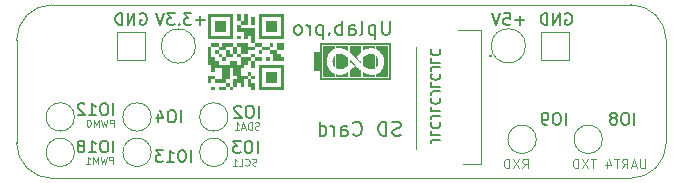
<source format=gbo>
G04 #@! TF.GenerationSoftware,KiCad,Pcbnew,(6.0.0)*
G04 #@! TF.CreationDate,2022-12-24T23:31:17+01:00*
G04 #@! TF.ProjectId,MinCab,4d696e43-6162-42e6-9b69-6361645f7063,rev?*
G04 #@! TF.SameCoordinates,Original*
G04 #@! TF.FileFunction,Legend,Bot*
G04 #@! TF.FilePolarity,Positive*
%FSLAX46Y46*%
G04 Gerber Fmt 4.6, Leading zero omitted, Abs format (unit mm)*
G04 Created by KiCad (PCBNEW (6.0.0)) date 2022-12-24 23:31:17*
%MOMM*%
%LPD*%
G01*
G04 APERTURE LIST*
G04 #@! TA.AperFunction,Profile*
%ADD10C,0.050000*%
G04 #@! TD*
%ADD11C,0.200000*%
%ADD12C,0.150000*%
%ADD13C,0.120000*%
%ADD14C,0.160000*%
%ADD15C,0.100000*%
%ADD16C,6.000000*%
%ADD17C,0.800000*%
%ADD18C,0.650000*%
%ADD19O,1.050000X2.100000*%
%ADD20O,1.000000X2.000000*%
%ADD21R,2.000000X2.000000*%
%ADD22C,2.000000*%
%ADD23C,2.500000*%
%ADD24R,1.200000X1.150000*%
%ADD25R,1.200000X1.450000*%
%ADD26R,0.700000X1.000000*%
%ADD27R,0.900000X1.400000*%
%ADD28R,1.000000X0.700000*%
G04 APERTURE END LIST*
D10*
X117300000Y-91200000D02*
G75*
G03*
X120300000Y-94200000I3000001J1D01*
G01*
X172300000Y-82500000D02*
X172300000Y-91200000D01*
X169300000Y-94200000D02*
X120300000Y-94200000D01*
X172300000Y-82500000D02*
G75*
G03*
X169300000Y-79500000I-3000001J-1D01*
G01*
X169300000Y-94200000D02*
G75*
G03*
X172300000Y-91200000I-1J3000001D01*
G01*
X120300000Y-79500000D02*
X169300000Y-79500000D01*
X120300000Y-79500000D02*
G75*
G03*
X117300000Y-82500000I1J-3000001D01*
G01*
X117300000Y-82500000D02*
X117300000Y-91200000D01*
D11*
X148928571Y-80842857D02*
X148928571Y-81814285D01*
X148871428Y-81928571D01*
X148814285Y-81985714D01*
X148700000Y-82042857D01*
X148471428Y-82042857D01*
X148357142Y-81985714D01*
X148300000Y-81928571D01*
X148242857Y-81814285D01*
X148242857Y-80842857D01*
X147671428Y-81242857D02*
X147671428Y-82442857D01*
X147671428Y-81300000D02*
X147557142Y-81242857D01*
X147328571Y-81242857D01*
X147214285Y-81300000D01*
X147157142Y-81357142D01*
X147100000Y-81471428D01*
X147100000Y-81814285D01*
X147157142Y-81928571D01*
X147214285Y-81985714D01*
X147328571Y-82042857D01*
X147557142Y-82042857D01*
X147671428Y-81985714D01*
X146414285Y-82042857D02*
X146528571Y-81985714D01*
X146585714Y-81871428D01*
X146585714Y-80842857D01*
X145442857Y-82042857D02*
X145442857Y-81414285D01*
X145500000Y-81300000D01*
X145614285Y-81242857D01*
X145842857Y-81242857D01*
X145957142Y-81300000D01*
X145442857Y-81985714D02*
X145557142Y-82042857D01*
X145842857Y-82042857D01*
X145957142Y-81985714D01*
X146014285Y-81871428D01*
X146014285Y-81757142D01*
X145957142Y-81642857D01*
X145842857Y-81585714D01*
X145557142Y-81585714D01*
X145442857Y-81528571D01*
X144871428Y-82042857D02*
X144871428Y-80842857D01*
X144871428Y-81300000D02*
X144757142Y-81242857D01*
X144528571Y-81242857D01*
X144414285Y-81300000D01*
X144357142Y-81357142D01*
X144300000Y-81471428D01*
X144300000Y-81814285D01*
X144357142Y-81928571D01*
X144414285Y-81985714D01*
X144528571Y-82042857D01*
X144757142Y-82042857D01*
X144871428Y-81985714D01*
X143785714Y-81928571D02*
X143728571Y-81985714D01*
X143785714Y-82042857D01*
X143842857Y-81985714D01*
X143785714Y-81928571D01*
X143785714Y-82042857D01*
X143214285Y-81242857D02*
X143214285Y-82442857D01*
X143214285Y-81300000D02*
X143100000Y-81242857D01*
X142871428Y-81242857D01*
X142757142Y-81300000D01*
X142700000Y-81357142D01*
X142642857Y-81471428D01*
X142642857Y-81814285D01*
X142700000Y-81928571D01*
X142757142Y-81985714D01*
X142871428Y-82042857D01*
X143100000Y-82042857D01*
X143214285Y-81985714D01*
X142128571Y-82042857D02*
X142128571Y-81242857D01*
X142128571Y-81471428D02*
X142071428Y-81357142D01*
X142014285Y-81300000D01*
X141900000Y-81242857D01*
X141785714Y-81242857D01*
X141214285Y-82042857D02*
X141328571Y-81985714D01*
X141385714Y-81928571D01*
X141442857Y-81814285D01*
X141442857Y-81471428D01*
X141385714Y-81357142D01*
X141328571Y-81300000D01*
X141214285Y-81242857D01*
X141042857Y-81242857D01*
X140928571Y-81300000D01*
X140871428Y-81357142D01*
X140814285Y-81471428D01*
X140814285Y-81814285D01*
X140871428Y-81928571D01*
X140928571Y-81985714D01*
X141042857Y-82042857D01*
X141214285Y-82042857D01*
D12*
X137700000Y-92052380D02*
X137700000Y-91052380D01*
X137033333Y-91052380D02*
X136842857Y-91052380D01*
X136747619Y-91100000D01*
X136652380Y-91195238D01*
X136604761Y-91385714D01*
X136604761Y-91719047D01*
X136652380Y-91909523D01*
X136747619Y-92004761D01*
X136842857Y-92052380D01*
X137033333Y-92052380D01*
X137128571Y-92004761D01*
X137223809Y-91909523D01*
X137271428Y-91719047D01*
X137271428Y-91385714D01*
X137223809Y-91195238D01*
X137128571Y-91100000D01*
X137033333Y-91052380D01*
X136271428Y-91052380D02*
X135652380Y-91052380D01*
X135985714Y-91433333D01*
X135842857Y-91433333D01*
X135747619Y-91480952D01*
X135700000Y-91528571D01*
X135652380Y-91623809D01*
X135652380Y-91861904D01*
X135700000Y-91957142D01*
X135747619Y-92004761D01*
X135842857Y-92052380D01*
X136128571Y-92052380D01*
X136223809Y-92004761D01*
X136271428Y-91957142D01*
X163761904Y-80250000D02*
X163857142Y-80202380D01*
X164000000Y-80202380D01*
X164142857Y-80250000D01*
X164238095Y-80345238D01*
X164285714Y-80440476D01*
X164333333Y-80630952D01*
X164333333Y-80773809D01*
X164285714Y-80964285D01*
X164238095Y-81059523D01*
X164142857Y-81154761D01*
X164000000Y-81202380D01*
X163904761Y-81202380D01*
X163761904Y-81154761D01*
X163714285Y-81107142D01*
X163714285Y-80773809D01*
X163904761Y-80773809D01*
X163285714Y-81202380D02*
X163285714Y-80202380D01*
X162714285Y-81202380D01*
X162714285Y-80202380D01*
X162238095Y-81202380D02*
X162238095Y-80202380D01*
X162000000Y-80202380D01*
X161857142Y-80250000D01*
X161761904Y-80345238D01*
X161714285Y-80440476D01*
X161666666Y-80630952D01*
X161666666Y-80773809D01*
X161714285Y-80964285D01*
X161761904Y-81059523D01*
X161857142Y-81154761D01*
X162000000Y-81202380D01*
X162238095Y-81202380D01*
D13*
X160133333Y-93361904D02*
X160400000Y-92980952D01*
X160590476Y-93361904D02*
X160590476Y-92561904D01*
X160285714Y-92561904D01*
X160209523Y-92600000D01*
X160171428Y-92638095D01*
X160133333Y-92714285D01*
X160133333Y-92828571D01*
X160171428Y-92904761D01*
X160209523Y-92942857D01*
X160285714Y-92980952D01*
X160590476Y-92980952D01*
X159866666Y-92561904D02*
X159333333Y-93361904D01*
X159333333Y-92561904D02*
X159866666Y-93361904D01*
X159028571Y-93361904D02*
X159028571Y-92561904D01*
X158838095Y-92561904D01*
X158723809Y-92600000D01*
X158647619Y-92676190D01*
X158609523Y-92752380D01*
X158571428Y-92904761D01*
X158571428Y-93019047D01*
X158609523Y-93171428D01*
X158647619Y-93247619D01*
X158723809Y-93323809D01*
X158838095Y-93361904D01*
X159028571Y-93361904D01*
D12*
X132076190Y-92802380D02*
X132076190Y-91802380D01*
X131409523Y-91802380D02*
X131219047Y-91802380D01*
X131123809Y-91850000D01*
X131028571Y-91945238D01*
X130980952Y-92135714D01*
X130980952Y-92469047D01*
X131028571Y-92659523D01*
X131123809Y-92754761D01*
X131219047Y-92802380D01*
X131409523Y-92802380D01*
X131504761Y-92754761D01*
X131600000Y-92659523D01*
X131647619Y-92469047D01*
X131647619Y-92135714D01*
X131600000Y-91945238D01*
X131504761Y-91850000D01*
X131409523Y-91802380D01*
X130028571Y-92802380D02*
X130600000Y-92802380D01*
X130314285Y-92802380D02*
X130314285Y-91802380D01*
X130409523Y-91945238D01*
X130504761Y-92040476D01*
X130600000Y-92088095D01*
X129695238Y-91802380D02*
X129076190Y-91802380D01*
X129409523Y-92183333D01*
X129266666Y-92183333D01*
X129171428Y-92230952D01*
X129123809Y-92278571D01*
X129076190Y-92373809D01*
X129076190Y-92611904D01*
X129123809Y-92707142D01*
X129171428Y-92754761D01*
X129266666Y-92802380D01*
X129552380Y-92802380D01*
X129647619Y-92754761D01*
X129695238Y-92707142D01*
X169600000Y-89652380D02*
X169600000Y-88652380D01*
X168933333Y-88652380D02*
X168742857Y-88652380D01*
X168647619Y-88700000D01*
X168552380Y-88795238D01*
X168504761Y-88985714D01*
X168504761Y-89319047D01*
X168552380Y-89509523D01*
X168647619Y-89604761D01*
X168742857Y-89652380D01*
X168933333Y-89652380D01*
X169028571Y-89604761D01*
X169123809Y-89509523D01*
X169171428Y-89319047D01*
X169171428Y-88985714D01*
X169123809Y-88795238D01*
X169028571Y-88700000D01*
X168933333Y-88652380D01*
X167933333Y-89080952D02*
X168028571Y-89033333D01*
X168076190Y-88985714D01*
X168123809Y-88890476D01*
X168123809Y-88842857D01*
X168076190Y-88747619D01*
X168028571Y-88700000D01*
X167933333Y-88652380D01*
X167742857Y-88652380D01*
X167647619Y-88700000D01*
X167600000Y-88747619D01*
X167552380Y-88842857D01*
X167552380Y-88890476D01*
X167600000Y-88985714D01*
X167647619Y-89033333D01*
X167742857Y-89080952D01*
X167933333Y-89080952D01*
X168028571Y-89128571D01*
X168076190Y-89176190D01*
X168123809Y-89271428D01*
X168123809Y-89461904D01*
X168076190Y-89557142D01*
X168028571Y-89604761D01*
X167933333Y-89652380D01*
X167742857Y-89652380D01*
X167647619Y-89604761D01*
X167600000Y-89557142D01*
X167552380Y-89461904D01*
X167552380Y-89271428D01*
X167600000Y-89176190D01*
X167647619Y-89128571D01*
X167742857Y-89080952D01*
X160285714Y-80821428D02*
X159523809Y-80821428D01*
X159904761Y-81202380D02*
X159904761Y-80440476D01*
X158571428Y-80202380D02*
X159047619Y-80202380D01*
X159095238Y-80678571D01*
X159047619Y-80630952D01*
X158952380Y-80583333D01*
X158714285Y-80583333D01*
X158619047Y-80630952D01*
X158571428Y-80678571D01*
X158523809Y-80773809D01*
X158523809Y-81011904D01*
X158571428Y-81107142D01*
X158619047Y-81154761D01*
X158714285Y-81202380D01*
X158952380Y-81202380D01*
X159047619Y-81154761D01*
X159095238Y-81107142D01*
X158238095Y-80202380D02*
X157904761Y-81202380D01*
X157571428Y-80202380D01*
D14*
X153188095Y-90945238D02*
X152616666Y-90945238D01*
X152502380Y-90983333D01*
X152426190Y-91059523D01*
X152388095Y-91173809D01*
X152388095Y-91250000D01*
X152388095Y-90183333D02*
X152388095Y-90564285D01*
X153188095Y-90564285D01*
X152464285Y-89459523D02*
X152426190Y-89497619D01*
X152388095Y-89611904D01*
X152388095Y-89688095D01*
X152426190Y-89802380D01*
X152502380Y-89878571D01*
X152578571Y-89916666D01*
X152730952Y-89954761D01*
X152845238Y-89954761D01*
X152997619Y-89916666D01*
X153073809Y-89878571D01*
X153150000Y-89802380D01*
X153188095Y-89688095D01*
X153188095Y-89611904D01*
X153150000Y-89497619D01*
X153111904Y-89459523D01*
X153188095Y-88888095D02*
X152616666Y-88888095D01*
X152502380Y-88926190D01*
X152426190Y-89002380D01*
X152388095Y-89116666D01*
X152388095Y-89192857D01*
X152388095Y-88126190D02*
X152388095Y-88507142D01*
X153188095Y-88507142D01*
X152464285Y-87402380D02*
X152426190Y-87440476D01*
X152388095Y-87554761D01*
X152388095Y-87630952D01*
X152426190Y-87745238D01*
X152502380Y-87821428D01*
X152578571Y-87859523D01*
X152730952Y-87897619D01*
X152845238Y-87897619D01*
X152997619Y-87859523D01*
X153073809Y-87821428D01*
X153150000Y-87745238D01*
X153188095Y-87630952D01*
X153188095Y-87554761D01*
X153150000Y-87440476D01*
X153111904Y-87402380D01*
X153188095Y-86830952D02*
X152616666Y-86830952D01*
X152502380Y-86869047D01*
X152426190Y-86945238D01*
X152388095Y-87059523D01*
X152388095Y-87135714D01*
X152388095Y-86069047D02*
X152388095Y-86450000D01*
X153188095Y-86450000D01*
X152464285Y-85345238D02*
X152426190Y-85383333D01*
X152388095Y-85497619D01*
X152388095Y-85573809D01*
X152426190Y-85688095D01*
X152502380Y-85764285D01*
X152578571Y-85802380D01*
X152730952Y-85840476D01*
X152845238Y-85840476D01*
X152997619Y-85802380D01*
X153073809Y-85764285D01*
X153150000Y-85688095D01*
X153188095Y-85573809D01*
X153188095Y-85497619D01*
X153150000Y-85383333D01*
X153111904Y-85345238D01*
X153188095Y-84773809D02*
X152616666Y-84773809D01*
X152502380Y-84811904D01*
X152426190Y-84888095D01*
X152388095Y-85002380D01*
X152388095Y-85078571D01*
X152388095Y-84011904D02*
X152388095Y-84392857D01*
X153188095Y-84392857D01*
X152464285Y-83288095D02*
X152426190Y-83326190D01*
X152388095Y-83440476D01*
X152388095Y-83516666D01*
X152426190Y-83630952D01*
X152502380Y-83707142D01*
X152578571Y-83745238D01*
X152730952Y-83783333D01*
X152845238Y-83783333D01*
X152997619Y-83745238D01*
X153073809Y-83707142D01*
X153150000Y-83630952D01*
X153188095Y-83516666D01*
X153188095Y-83440476D01*
X153150000Y-83326190D01*
X153111904Y-83288095D01*
D13*
X170547619Y-92561904D02*
X170547619Y-93209523D01*
X170509523Y-93285714D01*
X170471428Y-93323809D01*
X170395238Y-93361904D01*
X170242857Y-93361904D01*
X170166666Y-93323809D01*
X170128571Y-93285714D01*
X170090476Y-93209523D01*
X170090476Y-92561904D01*
X169747619Y-93133333D02*
X169366666Y-93133333D01*
X169823809Y-93361904D02*
X169557142Y-92561904D01*
X169290476Y-93361904D01*
X168566666Y-93361904D02*
X168833333Y-92980952D01*
X169023809Y-93361904D02*
X169023809Y-92561904D01*
X168719047Y-92561904D01*
X168642857Y-92600000D01*
X168604761Y-92638095D01*
X168566666Y-92714285D01*
X168566666Y-92828571D01*
X168604761Y-92904761D01*
X168642857Y-92942857D01*
X168719047Y-92980952D01*
X169023809Y-92980952D01*
X168338095Y-92561904D02*
X167880952Y-92561904D01*
X168109523Y-93361904D02*
X168109523Y-92561904D01*
X167271428Y-92828571D02*
X167271428Y-93361904D01*
X167461904Y-92523809D02*
X167652380Y-93095238D01*
X167157142Y-93095238D01*
X166357142Y-92561904D02*
X165900000Y-92561904D01*
X166128571Y-93361904D02*
X166128571Y-92561904D01*
X165709523Y-92561904D02*
X165176190Y-93361904D01*
X165176190Y-92561904D02*
X165709523Y-93361904D01*
X164871428Y-93361904D02*
X164871428Y-92561904D01*
X164680952Y-92561904D01*
X164566666Y-92600000D01*
X164490476Y-92676190D01*
X164452380Y-92752380D01*
X164414285Y-92904761D01*
X164414285Y-93019047D01*
X164452380Y-93171428D01*
X164490476Y-93247619D01*
X164566666Y-93323809D01*
X164680952Y-93361904D01*
X164871428Y-93361904D01*
D11*
X149807142Y-90535714D02*
X149635714Y-90592857D01*
X149350000Y-90592857D01*
X149235714Y-90535714D01*
X149178571Y-90478571D01*
X149121428Y-90364285D01*
X149121428Y-90250000D01*
X149178571Y-90135714D01*
X149235714Y-90078571D01*
X149350000Y-90021428D01*
X149578571Y-89964285D01*
X149692857Y-89907142D01*
X149750000Y-89850000D01*
X149807142Y-89735714D01*
X149807142Y-89621428D01*
X149750000Y-89507142D01*
X149692857Y-89450000D01*
X149578571Y-89392857D01*
X149292857Y-89392857D01*
X149121428Y-89450000D01*
X148607142Y-90592857D02*
X148607142Y-89392857D01*
X148321428Y-89392857D01*
X148150000Y-89450000D01*
X148035714Y-89564285D01*
X147978571Y-89678571D01*
X147921428Y-89907142D01*
X147921428Y-90078571D01*
X147978571Y-90307142D01*
X148035714Y-90421428D01*
X148150000Y-90535714D01*
X148321428Y-90592857D01*
X148607142Y-90592857D01*
X145807142Y-90478571D02*
X145864285Y-90535714D01*
X146035714Y-90592857D01*
X146150000Y-90592857D01*
X146321428Y-90535714D01*
X146435714Y-90421428D01*
X146492857Y-90307142D01*
X146550000Y-90078571D01*
X146550000Y-89907142D01*
X146492857Y-89678571D01*
X146435714Y-89564285D01*
X146321428Y-89450000D01*
X146150000Y-89392857D01*
X146035714Y-89392857D01*
X145864285Y-89450000D01*
X145807142Y-89507142D01*
X144778571Y-90592857D02*
X144778571Y-89964285D01*
X144835714Y-89850000D01*
X144950000Y-89792857D01*
X145178571Y-89792857D01*
X145292857Y-89850000D01*
X144778571Y-90535714D02*
X144892857Y-90592857D01*
X145178571Y-90592857D01*
X145292857Y-90535714D01*
X145350000Y-90421428D01*
X145350000Y-90307142D01*
X145292857Y-90192857D01*
X145178571Y-90135714D01*
X144892857Y-90135714D01*
X144778571Y-90078571D01*
X144207142Y-90592857D02*
X144207142Y-89792857D01*
X144207142Y-90021428D02*
X144150000Y-89907142D01*
X144092857Y-89850000D01*
X143978571Y-89792857D01*
X143864285Y-89792857D01*
X142950000Y-90592857D02*
X142950000Y-89392857D01*
X142950000Y-90535714D02*
X143064285Y-90592857D01*
X143292857Y-90592857D01*
X143407142Y-90535714D01*
X143464285Y-90478571D01*
X143521428Y-90364285D01*
X143521428Y-90021428D01*
X143464285Y-89907142D01*
X143407142Y-89850000D01*
X143292857Y-89792857D01*
X143064285Y-89792857D01*
X142950000Y-89850000D01*
D12*
X133250000Y-80821428D02*
X132488095Y-80821428D01*
X132869047Y-81202380D02*
X132869047Y-80440476D01*
X132107142Y-80202380D02*
X131488095Y-80202380D01*
X131821428Y-80583333D01*
X131678571Y-80583333D01*
X131583333Y-80630952D01*
X131535714Y-80678571D01*
X131488095Y-80773809D01*
X131488095Y-81011904D01*
X131535714Y-81107142D01*
X131583333Y-81154761D01*
X131678571Y-81202380D01*
X131964285Y-81202380D01*
X132059523Y-81154761D01*
X132107142Y-81107142D01*
X131059523Y-81107142D02*
X131011904Y-81154761D01*
X131059523Y-81202380D01*
X131107142Y-81154761D01*
X131059523Y-81107142D01*
X131059523Y-81202380D01*
X130678571Y-80202380D02*
X130059523Y-80202380D01*
X130392857Y-80583333D01*
X130250000Y-80583333D01*
X130154761Y-80630952D01*
X130107142Y-80678571D01*
X130059523Y-80773809D01*
X130059523Y-81011904D01*
X130107142Y-81107142D01*
X130154761Y-81154761D01*
X130250000Y-81202380D01*
X130535714Y-81202380D01*
X130630952Y-81154761D01*
X130678571Y-81107142D01*
X129773809Y-80202380D02*
X129440476Y-81202380D01*
X129107142Y-80202380D01*
X127761904Y-80250000D02*
X127857142Y-80202380D01*
X128000000Y-80202380D01*
X128142857Y-80250000D01*
X128238095Y-80345238D01*
X128285714Y-80440476D01*
X128333333Y-80630952D01*
X128333333Y-80773809D01*
X128285714Y-80964285D01*
X128238095Y-81059523D01*
X128142857Y-81154761D01*
X128000000Y-81202380D01*
X127904761Y-81202380D01*
X127761904Y-81154761D01*
X127714285Y-81107142D01*
X127714285Y-80773809D01*
X127904761Y-80773809D01*
X127285714Y-81202380D02*
X127285714Y-80202380D01*
X126714285Y-81202380D01*
X126714285Y-80202380D01*
X126238095Y-81202380D02*
X126238095Y-80202380D01*
X126000000Y-80202380D01*
X125857142Y-80250000D01*
X125761904Y-80345238D01*
X125714285Y-80440476D01*
X125666666Y-80630952D01*
X125666666Y-80773809D01*
X125714285Y-80964285D01*
X125761904Y-81059523D01*
X125857142Y-81154761D01*
X126000000Y-81202380D01*
X126238095Y-81202380D01*
D15*
X137814285Y-90042857D02*
X137728571Y-90071428D01*
X137585714Y-90071428D01*
X137528571Y-90042857D01*
X137500000Y-90014285D01*
X137471428Y-89957142D01*
X137471428Y-89900000D01*
X137500000Y-89842857D01*
X137528571Y-89814285D01*
X137585714Y-89785714D01*
X137700000Y-89757142D01*
X137757142Y-89728571D01*
X137785714Y-89700000D01*
X137814285Y-89642857D01*
X137814285Y-89585714D01*
X137785714Y-89528571D01*
X137757142Y-89500000D01*
X137700000Y-89471428D01*
X137557142Y-89471428D01*
X137471428Y-89500000D01*
X137214285Y-90071428D02*
X137214285Y-89471428D01*
X137071428Y-89471428D01*
X136985714Y-89500000D01*
X136928571Y-89557142D01*
X136900000Y-89614285D01*
X136871428Y-89728571D01*
X136871428Y-89814285D01*
X136900000Y-89928571D01*
X136928571Y-89985714D01*
X136985714Y-90042857D01*
X137071428Y-90071428D01*
X137214285Y-90071428D01*
X136642857Y-89900000D02*
X136357142Y-89900000D01*
X136700000Y-90071428D02*
X136500000Y-89471428D01*
X136300000Y-90071428D01*
X135785714Y-90071428D02*
X136128571Y-90071428D01*
X135957142Y-90071428D02*
X135957142Y-89471428D01*
X136014285Y-89557142D01*
X136071428Y-89614285D01*
X136128571Y-89642857D01*
X137600000Y-93092857D02*
X137514285Y-93121428D01*
X137371428Y-93121428D01*
X137314285Y-93092857D01*
X137285714Y-93064285D01*
X137257142Y-93007142D01*
X137257142Y-92950000D01*
X137285714Y-92892857D01*
X137314285Y-92864285D01*
X137371428Y-92835714D01*
X137485714Y-92807142D01*
X137542857Y-92778571D01*
X137571428Y-92750000D01*
X137600000Y-92692857D01*
X137600000Y-92635714D01*
X137571428Y-92578571D01*
X137542857Y-92550000D01*
X137485714Y-92521428D01*
X137342857Y-92521428D01*
X137257142Y-92550000D01*
X136657142Y-93064285D02*
X136685714Y-93092857D01*
X136771428Y-93121428D01*
X136828571Y-93121428D01*
X136914285Y-93092857D01*
X136971428Y-93035714D01*
X137000000Y-92978571D01*
X137028571Y-92864285D01*
X137028571Y-92778571D01*
X137000000Y-92664285D01*
X136971428Y-92607142D01*
X136914285Y-92550000D01*
X136828571Y-92521428D01*
X136771428Y-92521428D01*
X136685714Y-92550000D01*
X136657142Y-92578571D01*
X136114285Y-93121428D02*
X136400000Y-93121428D01*
X136400000Y-92521428D01*
X135600000Y-93121428D02*
X135942857Y-93121428D01*
X135771428Y-93121428D02*
X135771428Y-92521428D01*
X135828571Y-92607142D01*
X135885714Y-92664285D01*
X135942857Y-92692857D01*
D12*
X125476190Y-88852380D02*
X125476190Y-87852380D01*
X124809523Y-87852380D02*
X124619047Y-87852380D01*
X124523809Y-87900000D01*
X124428571Y-87995238D01*
X124380952Y-88185714D01*
X124380952Y-88519047D01*
X124428571Y-88709523D01*
X124523809Y-88804761D01*
X124619047Y-88852380D01*
X124809523Y-88852380D01*
X124904761Y-88804761D01*
X125000000Y-88709523D01*
X125047619Y-88519047D01*
X125047619Y-88185714D01*
X125000000Y-87995238D01*
X124904761Y-87900000D01*
X124809523Y-87852380D01*
X123428571Y-88852380D02*
X124000000Y-88852380D01*
X123714285Y-88852380D02*
X123714285Y-87852380D01*
X123809523Y-87995238D01*
X123904761Y-88090476D01*
X124000000Y-88138095D01*
X123047619Y-87947619D02*
X123000000Y-87900000D01*
X122904761Y-87852380D01*
X122666666Y-87852380D01*
X122571428Y-87900000D01*
X122523809Y-87947619D01*
X122476190Y-88042857D01*
X122476190Y-88138095D01*
X122523809Y-88280952D01*
X123095238Y-88852380D01*
X122476190Y-88852380D01*
D15*
X125528571Y-89821428D02*
X125528571Y-89221428D01*
X125300000Y-89221428D01*
X125242857Y-89250000D01*
X125214285Y-89278571D01*
X125185714Y-89335714D01*
X125185714Y-89421428D01*
X125214285Y-89478571D01*
X125242857Y-89507142D01*
X125300000Y-89535714D01*
X125528571Y-89535714D01*
X124985714Y-89221428D02*
X124842857Y-89821428D01*
X124728571Y-89392857D01*
X124614285Y-89821428D01*
X124471428Y-89221428D01*
X124242857Y-89821428D02*
X124242857Y-89221428D01*
X124042857Y-89650000D01*
X123842857Y-89221428D01*
X123842857Y-89821428D01*
X123442857Y-89221428D02*
X123385714Y-89221428D01*
X123328571Y-89250000D01*
X123300000Y-89278571D01*
X123271428Y-89335714D01*
X123242857Y-89450000D01*
X123242857Y-89592857D01*
X123271428Y-89707142D01*
X123300000Y-89764285D01*
X123328571Y-89792857D01*
X123385714Y-89821428D01*
X123442857Y-89821428D01*
X123500000Y-89792857D01*
X123528571Y-89764285D01*
X123557142Y-89707142D01*
X123585714Y-89592857D01*
X123585714Y-89450000D01*
X123557142Y-89335714D01*
X123528571Y-89278571D01*
X123500000Y-89250000D01*
X123442857Y-89221428D01*
X125478571Y-92971428D02*
X125478571Y-92371428D01*
X125250000Y-92371428D01*
X125192857Y-92400000D01*
X125164285Y-92428571D01*
X125135714Y-92485714D01*
X125135714Y-92571428D01*
X125164285Y-92628571D01*
X125192857Y-92657142D01*
X125250000Y-92685714D01*
X125478571Y-92685714D01*
X124935714Y-92371428D02*
X124792857Y-92971428D01*
X124678571Y-92542857D01*
X124564285Y-92971428D01*
X124421428Y-92371428D01*
X124192857Y-92971428D02*
X124192857Y-92371428D01*
X123992857Y-92800000D01*
X123792857Y-92371428D01*
X123792857Y-92971428D01*
X123192857Y-92971428D02*
X123535714Y-92971428D01*
X123364285Y-92971428D02*
X123364285Y-92371428D01*
X123421428Y-92457142D01*
X123478571Y-92514285D01*
X123535714Y-92542857D01*
D12*
X125476190Y-92002380D02*
X125476190Y-91002380D01*
X124809523Y-91002380D02*
X124619047Y-91002380D01*
X124523809Y-91050000D01*
X124428571Y-91145238D01*
X124380952Y-91335714D01*
X124380952Y-91669047D01*
X124428571Y-91859523D01*
X124523809Y-91954761D01*
X124619047Y-92002380D01*
X124809523Y-92002380D01*
X124904761Y-91954761D01*
X125000000Y-91859523D01*
X125047619Y-91669047D01*
X125047619Y-91335714D01*
X125000000Y-91145238D01*
X124904761Y-91050000D01*
X124809523Y-91002380D01*
X123428571Y-92002380D02*
X124000000Y-92002380D01*
X123714285Y-92002380D02*
X123714285Y-91002380D01*
X123809523Y-91145238D01*
X123904761Y-91240476D01*
X124000000Y-91288095D01*
X122857142Y-91430952D02*
X122952380Y-91383333D01*
X123000000Y-91335714D01*
X123047619Y-91240476D01*
X123047619Y-91192857D01*
X123000000Y-91097619D01*
X122952380Y-91050000D01*
X122857142Y-91002380D01*
X122666666Y-91002380D01*
X122571428Y-91050000D01*
X122523809Y-91097619D01*
X122476190Y-91192857D01*
X122476190Y-91240476D01*
X122523809Y-91335714D01*
X122571428Y-91383333D01*
X122666666Y-91430952D01*
X122857142Y-91430952D01*
X122952380Y-91478571D01*
X123000000Y-91526190D01*
X123047619Y-91621428D01*
X123047619Y-91811904D01*
X123000000Y-91907142D01*
X122952380Y-91954761D01*
X122857142Y-92002380D01*
X122666666Y-92002380D01*
X122571428Y-91954761D01*
X122523809Y-91907142D01*
X122476190Y-91811904D01*
X122476190Y-91621428D01*
X122523809Y-91526190D01*
X122571428Y-91478571D01*
X122666666Y-91430952D01*
X131200000Y-89452380D02*
X131200000Y-88452380D01*
X130533333Y-88452380D02*
X130342857Y-88452380D01*
X130247619Y-88500000D01*
X130152380Y-88595238D01*
X130104761Y-88785714D01*
X130104761Y-89119047D01*
X130152380Y-89309523D01*
X130247619Y-89404761D01*
X130342857Y-89452380D01*
X130533333Y-89452380D01*
X130628571Y-89404761D01*
X130723809Y-89309523D01*
X130771428Y-89119047D01*
X130771428Y-88785714D01*
X130723809Y-88595238D01*
X130628571Y-88500000D01*
X130533333Y-88452380D01*
X129247619Y-88785714D02*
X129247619Y-89452380D01*
X129485714Y-88404761D02*
X129723809Y-89119047D01*
X129104761Y-89119047D01*
X137800000Y-89052380D02*
X137800000Y-88052380D01*
X137133333Y-88052380D02*
X136942857Y-88052380D01*
X136847619Y-88100000D01*
X136752380Y-88195238D01*
X136704761Y-88385714D01*
X136704761Y-88719047D01*
X136752380Y-88909523D01*
X136847619Y-89004761D01*
X136942857Y-89052380D01*
X137133333Y-89052380D01*
X137228571Y-89004761D01*
X137323809Y-88909523D01*
X137371428Y-88719047D01*
X137371428Y-88385714D01*
X137323809Y-88195238D01*
X137228571Y-88100000D01*
X137133333Y-88052380D01*
X136323809Y-88147619D02*
X136276190Y-88100000D01*
X136180952Y-88052380D01*
X135942857Y-88052380D01*
X135847619Y-88100000D01*
X135800000Y-88147619D01*
X135752380Y-88242857D01*
X135752380Y-88338095D01*
X135800000Y-88480952D01*
X136371428Y-89052380D01*
X135752380Y-89052380D01*
X163800000Y-89652380D02*
X163800000Y-88652380D01*
X163133333Y-88652380D02*
X162942857Y-88652380D01*
X162847619Y-88700000D01*
X162752380Y-88795238D01*
X162704761Y-88985714D01*
X162704761Y-89319047D01*
X162752380Y-89509523D01*
X162847619Y-89604761D01*
X162942857Y-89652380D01*
X163133333Y-89652380D01*
X163228571Y-89604761D01*
X163323809Y-89509523D01*
X163371428Y-89319047D01*
X163371428Y-88985714D01*
X163323809Y-88795238D01*
X163228571Y-88700000D01*
X163133333Y-88652380D01*
X162228571Y-89652380D02*
X162038095Y-89652380D01*
X161942857Y-89604761D01*
X161895238Y-89557142D01*
X161800000Y-89414285D01*
X161752380Y-89223809D01*
X161752380Y-88842857D01*
X161800000Y-88747619D01*
X161847619Y-88700000D01*
X161942857Y-88652380D01*
X162133333Y-88652380D01*
X162228571Y-88700000D01*
X162276190Y-88747619D01*
X162323809Y-88842857D01*
X162323809Y-89080952D01*
X162276190Y-89176190D01*
X162228571Y-89223809D01*
X162133333Y-89271428D01*
X161942857Y-89271428D01*
X161847619Y-89223809D01*
X161800000Y-89176190D01*
X161752380Y-89080952D01*
D13*
X128200000Y-84200000D02*
X128200000Y-81800000D01*
X125800000Y-81800000D02*
X125800000Y-84200000D01*
X125800000Y-84200000D02*
X128200000Y-84200000D01*
X128200000Y-81800000D02*
X125800000Y-81800000D01*
X135200000Y-92000000D02*
G75*
G03*
X135200000Y-92000000I-1200000J0D01*
G01*
X135200000Y-89000000D02*
G75*
G03*
X135200000Y-89000000I-1200000J0D01*
G01*
X122200000Y-89000000D02*
G75*
G03*
X122200000Y-89000000I-1200000J0D01*
G01*
X166900000Y-90900000D02*
G75*
G03*
X166900000Y-90900000I-1200000J0D01*
G01*
X132450000Y-83000000D02*
G75*
G03*
X132450000Y-83000000I-1450000J0D01*
G01*
X128700000Y-92000000D02*
G75*
G03*
X128700000Y-92000000I-1200000J0D01*
G01*
D11*
X157375000Y-83800000D02*
X157375000Y-83800000D01*
D15*
X156600000Y-93000000D02*
X156600000Y-81600000D01*
X156600000Y-81600000D02*
X154675000Y-81600000D01*
X151150000Y-91700000D02*
X151150000Y-83100000D01*
D11*
X157475000Y-83800000D02*
X157475000Y-83800000D01*
X157375000Y-83800000D02*
X157375000Y-83800000D01*
D15*
X155075000Y-93000000D02*
X156600000Y-93000000D01*
D11*
X157375000Y-83800000D02*
G75*
G03*
X157475000Y-83800000I50000J0D01*
G01*
X157475000Y-83800000D02*
G75*
G03*
X157375000Y-83800000I-50000J0D01*
G01*
X157475000Y-83800000D02*
G75*
G03*
X157375000Y-83800000I-50000J0D01*
G01*
D13*
X164110000Y-84200000D02*
X164110000Y-81800000D01*
X161710000Y-84200000D02*
X164110000Y-84200000D01*
X161710000Y-81800000D02*
X161710000Y-84200000D01*
X164110000Y-81800000D02*
X161710000Y-81800000D01*
X161300000Y-90900000D02*
G75*
G03*
X161300000Y-90900000I-1200000J0D01*
G01*
G36*
X136878282Y-85193333D02*
G01*
X137186161Y-85193333D01*
X137186161Y-85501212D01*
X136878282Y-85501212D01*
X136878282Y-85809091D01*
X137186161Y-85809091D01*
X137186161Y-85501212D01*
X137494040Y-85501212D01*
X137494040Y-85809091D01*
X137186161Y-85809091D01*
X137186161Y-86116969D01*
X137494040Y-86116969D01*
X137494040Y-86732727D01*
X137186161Y-86732727D01*
X137186161Y-86424848D01*
X136878282Y-86424848D01*
X136878282Y-85809091D01*
X136570404Y-85809091D01*
X136570404Y-86424848D01*
X136262525Y-86424848D01*
X136262525Y-86116969D01*
X135954646Y-86116969D01*
X135954646Y-86424848D01*
X135646767Y-86424848D01*
X135646767Y-86732727D01*
X135338888Y-86732727D01*
X135338888Y-86424848D01*
X135031010Y-86424848D01*
X135031010Y-86116969D01*
X135338888Y-86116969D01*
X135338888Y-86424848D01*
X135646767Y-86424848D01*
X135646767Y-85809091D01*
X135954646Y-85809091D01*
X135954646Y-85501212D01*
X135646767Y-85501212D01*
X135646767Y-84885454D01*
X135338888Y-84885454D01*
X135338888Y-85809091D01*
X135031010Y-85809091D01*
X135031010Y-86116969D01*
X134107373Y-86116969D01*
X134107373Y-85809091D01*
X134723131Y-85809091D01*
X134723131Y-84885454D01*
X134107373Y-84885454D01*
X134107373Y-85193333D01*
X133799495Y-85193333D01*
X133799495Y-84577575D01*
X133491616Y-84577575D01*
X133491616Y-83038182D01*
X133799495Y-83038182D01*
X133799495Y-82730303D01*
X134415252Y-82730303D01*
X134415252Y-83038182D01*
X134723131Y-83038182D01*
X134723131Y-82730303D01*
X135646767Y-82730303D01*
X135646767Y-83038182D01*
X135954646Y-83038182D01*
X135954646Y-83653939D01*
X136262525Y-83653939D01*
X136262525Y-83038182D01*
X135954646Y-83038182D01*
X135954646Y-82730303D01*
X136878282Y-82730303D01*
X136878282Y-83038182D01*
X137494040Y-83038182D01*
X137494040Y-83346060D01*
X136878282Y-83346060D01*
X136878282Y-83653939D01*
X136262525Y-83653939D01*
X136262525Y-83961818D01*
X135954646Y-83961818D01*
X135954646Y-83653939D01*
X135646767Y-83653939D01*
X135646767Y-83038182D01*
X135031010Y-83038182D01*
X135031010Y-83346060D01*
X134415252Y-83346060D01*
X134415252Y-83038182D01*
X133799495Y-83038182D01*
X133799495Y-83961818D01*
X134107373Y-83961818D01*
X134107373Y-84269697D01*
X134415252Y-84269697D01*
X134415252Y-84577575D01*
X135338888Y-84577575D01*
X135338888Y-84269697D01*
X135954646Y-84269697D01*
X135954646Y-84577575D01*
X136262525Y-84577575D01*
X136262525Y-83961818D01*
X137186161Y-83961818D01*
X137186161Y-83653939D01*
X137494040Y-83653939D01*
X137494040Y-83961818D01*
X137186161Y-83961818D01*
X137186161Y-84269697D01*
X137494040Y-84269697D01*
X137494040Y-83961818D01*
X138109798Y-83961818D01*
X138109798Y-84269697D01*
X137494040Y-84269697D01*
X137494040Y-84885454D01*
X137186161Y-84885454D01*
X137186161Y-84269697D01*
X136878282Y-84269697D01*
X136878282Y-84577575D01*
X136570404Y-84577575D01*
X136570404Y-84885454D01*
X136262525Y-84885454D01*
X136262525Y-85501212D01*
X136878282Y-85501212D01*
X136878282Y-85193333D01*
G37*
G36*
X135031010Y-81806666D02*
G01*
X134107373Y-81806666D01*
X134107373Y-80883030D01*
X135031010Y-80883030D01*
X135031010Y-81806666D01*
G37*
G36*
X134415252Y-83653939D02*
G01*
X134107373Y-83653939D01*
X134107373Y-83346060D01*
X134415252Y-83346060D01*
X134415252Y-83653939D01*
G37*
G36*
X138725555Y-83346060D02*
G01*
X138109798Y-83346060D01*
X138109798Y-83038182D01*
X138725555Y-83038182D01*
X138725555Y-83346060D01*
G37*
G36*
X134107373Y-86732727D02*
G01*
X133799495Y-86732727D01*
X133799495Y-86424848D01*
X134107373Y-86424848D01*
X134107373Y-86732727D01*
G37*
G36*
X137801919Y-82422424D02*
G01*
X137801919Y-80575151D01*
X138109798Y-80575151D01*
X138109798Y-82114545D01*
X139649191Y-82114545D01*
X139649191Y-80575151D01*
X138109798Y-80575151D01*
X137801919Y-80575151D01*
X137801919Y-80267272D01*
X139957070Y-80267272D01*
X139957070Y-82422424D01*
X137801919Y-82422424D01*
G37*
G36*
X137494040Y-81190909D02*
G01*
X137186161Y-81190909D01*
X137186161Y-80575151D01*
X137494040Y-80575151D01*
X137494040Y-81190909D01*
G37*
G36*
X138109798Y-83038182D02*
G01*
X137494040Y-83038182D01*
X137494040Y-82730303D01*
X138109798Y-82730303D01*
X138109798Y-83038182D01*
G37*
G36*
X139341313Y-83653939D02*
G01*
X139649191Y-83653939D01*
X139649191Y-83961818D01*
X139957070Y-83961818D01*
X139957070Y-84269697D01*
X139033434Y-84269697D01*
X139033434Y-83653939D01*
X138725555Y-83653939D01*
X138725555Y-83346060D01*
X139341313Y-83346060D01*
X139341313Y-83653939D01*
G37*
G36*
X135031010Y-86732727D02*
G01*
X134415252Y-86732727D01*
X134415252Y-86424848D01*
X135031010Y-86424848D01*
X135031010Y-86732727D01*
G37*
G36*
X136262525Y-80883030D02*
G01*
X135954646Y-80883030D01*
X135954646Y-80267272D01*
X136262525Y-80267272D01*
X136262525Y-80883030D01*
G37*
G36*
X135338888Y-83653939D02*
G01*
X135646767Y-83653939D01*
X135646767Y-83961818D01*
X135031010Y-83961818D01*
X135031010Y-83346060D01*
X135338888Y-83346060D01*
X135338888Y-83653939D01*
G37*
G36*
X136262525Y-82422424D02*
G01*
X135954646Y-82422424D01*
X135954646Y-82114545D01*
X136262525Y-82114545D01*
X136262525Y-82422424D01*
G37*
G36*
X139033434Y-83038182D02*
G01*
X138725555Y-83038182D01*
X138725555Y-82730303D01*
X139033434Y-82730303D01*
X139033434Y-83038182D01*
G37*
G36*
X137801919Y-86732727D02*
G01*
X137801919Y-84885454D01*
X138109798Y-84885454D01*
X138109798Y-86424848D01*
X139649191Y-86424848D01*
X139649191Y-84885454D01*
X138109798Y-84885454D01*
X137801919Y-84885454D01*
X137801919Y-84577575D01*
X139957070Y-84577575D01*
X139957070Y-86732727D01*
X137801919Y-86732727D01*
G37*
G36*
X139341313Y-81806666D02*
G01*
X138417676Y-81806666D01*
X138417676Y-80883030D01*
X139341313Y-80883030D01*
X139341313Y-81806666D01*
G37*
G36*
X138109798Y-83653939D02*
G01*
X137801919Y-83653939D01*
X137801919Y-83346060D01*
X138109798Y-83346060D01*
X138109798Y-83653939D01*
G37*
G36*
X139957070Y-83346060D02*
G01*
X139341313Y-83346060D01*
X139341313Y-82730303D01*
X139957070Y-82730303D01*
X139957070Y-83346060D01*
G37*
G36*
X133491616Y-82422424D02*
G01*
X133491616Y-80575151D01*
X133799495Y-80575151D01*
X133799495Y-82114545D01*
X135338888Y-82114545D01*
X135338888Y-80575151D01*
X133799495Y-80575151D01*
X133491616Y-80575151D01*
X133491616Y-80267272D01*
X135646767Y-80267272D01*
X135646767Y-82422424D01*
X133491616Y-82422424D01*
G37*
G36*
X134723131Y-83961818D02*
G01*
X134415252Y-83961818D01*
X134415252Y-83653939D01*
X134723131Y-83653939D01*
X134723131Y-83961818D01*
G37*
G36*
X134107373Y-85809091D02*
G01*
X133799495Y-85809091D01*
X133799495Y-86116969D01*
X133491616Y-86116969D01*
X133491616Y-85501212D01*
X134107373Y-85501212D01*
X134107373Y-85809091D01*
G37*
G36*
X135031010Y-84269697D02*
G01*
X134723131Y-84269697D01*
X134723131Y-83961818D01*
X135031010Y-83961818D01*
X135031010Y-84269697D01*
G37*
G36*
X136262525Y-81498788D02*
G01*
X137494040Y-81498788D01*
X137494040Y-82730303D01*
X137186161Y-82730303D01*
X137186161Y-82114545D01*
X136878282Y-82114545D01*
X136878282Y-82422424D01*
X136570404Y-82422424D01*
X136570404Y-81806666D01*
X135954646Y-81806666D01*
X135954646Y-81190909D01*
X136262525Y-81190909D01*
X136262525Y-81498788D01*
G37*
G36*
X136878282Y-81190909D02*
G01*
X136262525Y-81190909D01*
X136262525Y-80883030D01*
X136570404Y-80883030D01*
X136570404Y-80267272D01*
X136878282Y-80267272D01*
X136878282Y-81190909D01*
G37*
G36*
X138725555Y-84269697D02*
G01*
X138417676Y-84269697D01*
X138417676Y-83961818D01*
X138725555Y-83961818D01*
X138725555Y-84269697D01*
G37*
G36*
X139341313Y-86116969D02*
G01*
X138417676Y-86116969D01*
X138417676Y-85193333D01*
X139341313Y-85193333D01*
X139341313Y-86116969D01*
G37*
X122200000Y-92000000D02*
G75*
G03*
X122200000Y-92000000I-1200000J0D01*
G01*
X160390000Y-82980000D02*
G75*
G03*
X160390000Y-82980000I-1450000J0D01*
G01*
X128700000Y-89000000D02*
G75*
G03*
X128700000Y-89000000I-1200000J0D01*
G01*
G36*
X147327527Y-83642474D02*
G01*
X147359353Y-83642784D01*
X147384070Y-83643649D01*
X147404134Y-83645302D01*
X147422003Y-83647970D01*
X147440134Y-83651886D01*
X147460981Y-83657278D01*
X147475739Y-83661613D01*
X147508611Y-83672915D01*
X147542994Y-83686429D01*
X147573481Y-83700097D01*
X147630556Y-83727975D01*
X147630556Y-84881551D01*
X147590087Y-84901295D01*
X147557657Y-84915770D01*
X147505146Y-84933859D01*
X147446949Y-84947624D01*
X147380556Y-84957740D01*
X147375297Y-84958258D01*
X147349657Y-84959109D01*
X147317036Y-84958398D01*
X147280571Y-84956335D01*
X147243402Y-84953134D01*
X147208668Y-84949006D01*
X147179510Y-84944164D01*
X147118971Y-84929033D01*
X147036684Y-84899852D01*
X146952480Y-84860537D01*
X146866968Y-84811412D01*
X146780754Y-84752801D01*
X146694445Y-84685028D01*
X146622223Y-84624465D01*
X146620789Y-84306562D01*
X146619354Y-83988659D01*
X146648950Y-83961114D01*
X146664065Y-83947291D01*
X146700947Y-83915082D01*
X146740904Y-83881891D01*
X146781193Y-83849919D01*
X146819071Y-83821365D01*
X146851796Y-83798429D01*
X146874610Y-83783494D01*
X146933736Y-83747045D01*
X146988281Y-83717229D01*
X147040476Y-83692972D01*
X147092555Y-83673204D01*
X147146750Y-83656852D01*
X147156426Y-83654307D01*
X147175474Y-83649790D01*
X147193398Y-83646592D01*
X147212643Y-83644486D01*
X147235657Y-83643246D01*
X147264886Y-83642646D01*
X147302778Y-83642461D01*
X147327527Y-83642474D01*
G37*
G36*
X144748601Y-83644202D02*
G01*
X144815206Y-83654090D01*
X144879905Y-83670246D01*
X144945675Y-83693449D01*
X145015495Y-83724479D01*
X145055938Y-83745204D01*
X145128559Y-83787676D01*
X145202102Y-83836867D01*
X145273771Y-83890859D01*
X145340771Y-83947733D01*
X145375001Y-83978710D01*
X145375001Y-84607615D01*
X145340278Y-84640251D01*
X145312535Y-84665510D01*
X145257871Y-84711605D01*
X145198984Y-84757260D01*
X145138676Y-84800425D01*
X145079748Y-84839048D01*
X145025001Y-84871078D01*
X145011792Y-84878072D01*
X144932070Y-84913607D01*
X144849669Y-84939464D01*
X144766648Y-84954972D01*
X144765740Y-84955082D01*
X144731098Y-84957637D01*
X144690015Y-84958255D01*
X144646834Y-84957053D01*
X144605900Y-84954150D01*
X144571559Y-84949663D01*
X144544045Y-84943751D01*
X144497903Y-84930379D01*
X144450628Y-84913124D01*
X144406945Y-84893596D01*
X144363890Y-84872098D01*
X144363890Y-83712628D01*
X144397402Y-83697589D01*
X144469176Y-83669614D01*
X144541413Y-83650758D01*
X144615367Y-83641191D01*
X144693907Y-83640361D01*
X144748601Y-83644202D01*
G37*
G36*
X146624820Y-85190477D02*
G01*
X146635787Y-85196926D01*
X146652534Y-85207187D01*
X146673012Y-85220018D01*
X146693311Y-85232236D01*
X146727058Y-85251040D01*
X146766400Y-85271754D01*
X146808805Y-85293131D01*
X146851735Y-85313923D01*
X146892657Y-85332886D01*
X146929035Y-85348771D01*
X146958334Y-85360333D01*
X147013261Y-85379048D01*
X147067434Y-85394751D01*
X147120198Y-85406700D01*
X147174029Y-85415287D01*
X147231402Y-85420902D01*
X147294790Y-85423936D01*
X147366667Y-85424778D01*
X147414153Y-85424391D01*
X147469719Y-85422826D01*
X147516732Y-85419949D01*
X147556629Y-85415630D01*
X147590850Y-85409743D01*
X147620834Y-85402158D01*
X147622454Y-85401798D01*
X147625268Y-85402527D01*
X147627345Y-85406378D01*
X147628796Y-85414683D01*
X147629732Y-85428774D01*
X147630264Y-85449980D01*
X147630502Y-85479635D01*
X147630556Y-85519070D01*
X147630556Y-85638888D01*
X146619445Y-85638888D01*
X146619445Y-85413888D01*
X146619453Y-85394297D01*
X146619545Y-85346813D01*
X146619728Y-85303428D01*
X146619991Y-85265311D01*
X146620324Y-85233629D01*
X146620714Y-85209552D01*
X146621151Y-85194249D01*
X146621624Y-85188888D01*
X146624820Y-85190477D01*
G37*
G36*
X147630556Y-83086111D02*
G01*
X147630533Y-83104890D01*
X147630366Y-83138948D01*
X147630058Y-83168167D01*
X147629635Y-83190979D01*
X147629121Y-83205816D01*
X147628542Y-83211111D01*
X147627566Y-83210952D01*
X147618501Y-83208909D01*
X147602219Y-83205005D01*
X147581363Y-83199870D01*
X147561546Y-83195260D01*
X147496516Y-83183689D01*
X147425354Y-83175539D01*
X147351346Y-83170960D01*
X147277779Y-83170099D01*
X147207940Y-83173107D01*
X147145116Y-83180130D01*
X147108847Y-83186591D01*
X147020277Y-83208546D01*
X146929479Y-83239210D01*
X146838470Y-83277764D01*
X146749268Y-83323391D01*
X146663890Y-83375273D01*
X146659977Y-83377847D01*
X146642902Y-83388745D01*
X146629930Y-83396500D01*
X146623612Y-83399573D01*
X146623328Y-83399095D01*
X146622433Y-83390688D01*
X146621613Y-83372710D01*
X146620893Y-83346341D01*
X146620293Y-83312760D01*
X146619837Y-83273149D01*
X146619547Y-83228687D01*
X146619445Y-83180555D01*
X146619445Y-82961111D01*
X147630556Y-82961111D01*
X147630556Y-83086111D01*
G37*
G36*
X148758334Y-85638888D02*
G01*
X147752778Y-85638888D01*
X147752778Y-85363447D01*
X147802091Y-85342565D01*
X147874134Y-85308168D01*
X147959412Y-85256941D01*
X148040233Y-85196626D01*
X148115270Y-85128231D01*
X148183195Y-85052766D01*
X148223959Y-84998739D01*
X148278473Y-84911928D01*
X148325466Y-84818111D01*
X148364473Y-84718382D01*
X148395027Y-84613833D01*
X148416664Y-84505555D01*
X148420791Y-84473440D01*
X148424865Y-84426688D01*
X148427735Y-84375025D01*
X148429315Y-84321630D01*
X148429518Y-84269683D01*
X148428257Y-84222366D01*
X148425447Y-84182858D01*
X148423882Y-84168745D01*
X148405452Y-84058085D01*
X148376594Y-83950390D01*
X148337661Y-83846396D01*
X148289010Y-83746841D01*
X148230994Y-83652461D01*
X148163968Y-83563993D01*
X148088286Y-83482174D01*
X148043135Y-83440182D01*
X147973084Y-83383653D01*
X147897793Y-83333146D01*
X147814413Y-83286626D01*
X147752778Y-83255098D01*
X147752778Y-82961111D01*
X148758334Y-82961111D01*
X148758334Y-85638888D01*
G37*
G36*
X144240376Y-83097720D02*
G01*
X144238890Y-83234329D01*
X144180070Y-83260593D01*
X144131883Y-83283662D01*
X144042182Y-83335660D01*
X143959111Y-83396218D01*
X143882991Y-83464874D01*
X143814145Y-83541165D01*
X143752896Y-83624628D01*
X143699565Y-83714800D01*
X143654476Y-83811220D01*
X143617951Y-83913424D01*
X143590311Y-84020949D01*
X143571880Y-84133333D01*
X143571536Y-84136285D01*
X143568238Y-84173720D01*
X143565918Y-84217725D01*
X143564595Y-84265362D01*
X143564291Y-84313693D01*
X143565028Y-84359782D01*
X143566827Y-84400689D01*
X143569709Y-84433479D01*
X143574254Y-84466424D01*
X143596216Y-84575532D01*
X143628053Y-84680911D01*
X143669323Y-84781929D01*
X143719586Y-84877954D01*
X143778398Y-84968354D01*
X143845318Y-85052497D01*
X143919905Y-85129752D01*
X144001717Y-85199487D01*
X144090312Y-85261070D01*
X144185249Y-85313869D01*
X144241667Y-85341627D01*
X144241667Y-85638888D01*
X143230556Y-85638888D01*
X143230556Y-82961111D01*
X144241861Y-82961111D01*
X144240376Y-83097720D01*
G37*
G36*
X143013890Y-85850000D02*
G01*
X143013890Y-85727777D01*
X143136091Y-85727777D01*
X148858355Y-85727777D01*
X148856956Y-84298611D01*
X148855556Y-82869444D01*
X143138890Y-82869444D01*
X143137490Y-84298611D01*
X143136091Y-85727777D01*
X143013890Y-85727777D01*
X143013890Y-85122222D01*
X142519445Y-85122222D01*
X142519445Y-83472222D01*
X142768056Y-83472223D01*
X143016667Y-83472223D01*
X143015199Y-83111111D01*
X143013730Y-82750000D01*
X148980556Y-82750000D01*
X148980556Y-85850000D01*
X143013890Y-85850000D01*
G37*
G36*
X147773612Y-83849869D02*
G01*
X147782559Y-83860406D01*
X147835131Y-83931523D01*
X147878300Y-84007191D01*
X147911523Y-84086334D01*
X147934258Y-84167878D01*
X147938560Y-84195940D01*
X147941696Y-84232384D01*
X147943517Y-84273525D01*
X147943988Y-84316221D01*
X147943077Y-84357330D01*
X147940749Y-84393711D01*
X147936972Y-84422222D01*
X147922378Y-84484538D01*
X147896095Y-84563114D01*
X147862398Y-84636725D01*
X147822062Y-84703732D01*
X147775861Y-84762500D01*
X147768956Y-84769985D01*
X147759517Y-84779580D01*
X147754910Y-84783333D01*
X147754657Y-84779963D01*
X147754348Y-84766368D01*
X147754057Y-84743093D01*
X147753786Y-84710938D01*
X147753540Y-84670707D01*
X147753322Y-84623199D01*
X147753136Y-84569215D01*
X147752985Y-84509558D01*
X147752873Y-84445028D01*
X147752803Y-84376427D01*
X147752778Y-84304555D01*
X147752778Y-83825777D01*
X147773612Y-83849869D01*
G37*
G36*
X146502778Y-83490067D02*
G01*
X146487501Y-83501978D01*
X146470224Y-83516060D01*
X146446705Y-83536298D01*
X146418792Y-83561093D01*
X146387382Y-83589586D01*
X146353375Y-83620915D01*
X146317672Y-83654218D01*
X146281171Y-83688634D01*
X146244772Y-83723301D01*
X146209375Y-83757360D01*
X146175879Y-83789947D01*
X146145183Y-83820202D01*
X146118188Y-83847264D01*
X146095792Y-83870270D01*
X146078895Y-83888361D01*
X146068397Y-83900674D01*
X146065198Y-83906348D01*
X146065718Y-83907079D01*
X146072086Y-83914326D01*
X146085023Y-83928449D01*
X146103706Y-83948567D01*
X146127313Y-83973802D01*
X146155020Y-84003271D01*
X146186005Y-84036096D01*
X146219445Y-84071395D01*
X146372223Y-84232389D01*
X146437501Y-84167670D01*
X146502778Y-84102951D01*
X146502778Y-84301938D01*
X146502672Y-84345896D01*
X146502352Y-84387952D01*
X146501846Y-84425034D01*
X146501179Y-84455914D01*
X146500379Y-84479366D01*
X146499473Y-84494162D01*
X146498486Y-84499074D01*
X146494302Y-84495324D01*
X146483393Y-84484472D01*
X146466885Y-84467619D01*
X146445834Y-84445850D01*
X146421294Y-84420250D01*
X146394320Y-84391904D01*
X146292879Y-84285192D01*
X146190697Y-84178287D01*
X146095363Y-84079191D01*
X146006927Y-83987956D01*
X145925442Y-83904632D01*
X145850958Y-83829272D01*
X145783527Y-83761926D01*
X145723199Y-83702646D01*
X145670027Y-83651485D01*
X145624061Y-83608492D01*
X145585353Y-83573721D01*
X145553953Y-83547222D01*
X145491910Y-83497222D01*
X145491789Y-83229166D01*
X145491667Y-82961111D01*
X146502778Y-82961111D01*
X146502778Y-83490067D01*
G37*
G36*
X145375001Y-83183333D02*
G01*
X145374987Y-83200564D01*
X145374804Y-83247893D01*
X145374425Y-83291168D01*
X145373875Y-83329211D01*
X145373178Y-83360848D01*
X145372359Y-83384901D01*
X145371440Y-83400196D01*
X145370447Y-83405555D01*
X145370144Y-83405510D01*
X145362860Y-83402136D01*
X145348302Y-83394186D01*
X145328421Y-83382756D01*
X145305169Y-83368940D01*
X145263521Y-83344624D01*
X145164558Y-83293059D01*
X145065714Y-83250098D01*
X144968351Y-83216299D01*
X144873837Y-83192222D01*
X144836415Y-83185320D01*
X144753427Y-83174784D01*
X144666953Y-83169596D01*
X144580276Y-83169797D01*
X144496679Y-83175429D01*
X144419445Y-83186531D01*
X144416131Y-83187156D01*
X144395561Y-83190851D01*
X144379376Y-83193456D01*
X144370834Y-83194443D01*
X144368805Y-83192753D01*
X144366863Y-83185462D01*
X144365465Y-83171404D01*
X144364547Y-83149494D01*
X144364043Y-83118647D01*
X144363890Y-83077777D01*
X144363890Y-82961111D01*
X145375001Y-82961111D01*
X145375001Y-83183333D01*
G37*
G36*
X144241468Y-84291928D02*
G01*
X144241268Y-84775000D01*
X144227073Y-84758333D01*
X144173932Y-84689429D01*
X144126899Y-84612547D01*
X144090700Y-84533221D01*
X144065344Y-84451490D01*
X144050840Y-84367391D01*
X144047198Y-84280963D01*
X144054426Y-84192245D01*
X144072533Y-84101276D01*
X144073820Y-84096369D01*
X144089322Y-84048576D01*
X144110201Y-83998717D01*
X144135041Y-83949402D01*
X144162427Y-83903240D01*
X144190946Y-83862841D01*
X144219182Y-83830812D01*
X144241667Y-83808856D01*
X144241468Y-84291928D01*
G37*
G36*
X145367668Y-85200070D02*
G01*
X145369635Y-85201989D01*
X145371230Y-85207259D01*
X145372489Y-85216850D01*
X145373444Y-85231731D01*
X145374130Y-85252872D01*
X145374582Y-85281244D01*
X145374833Y-85317817D01*
X145374919Y-85363560D01*
X145374874Y-85419444D01*
X145374516Y-85638888D01*
X144363890Y-85638888D01*
X144363890Y-85513888D01*
X144363913Y-85500828D01*
X144364269Y-85463977D01*
X144365008Y-85433065D01*
X144366080Y-85409384D01*
X144367430Y-85394228D01*
X144369007Y-85388888D01*
X144370584Y-85389052D01*
X144381208Y-85391051D01*
X144398760Y-85394841D01*
X144420395Y-85399818D01*
X144458262Y-85408045D01*
X144517563Y-85417815D01*
X144578940Y-85423899D01*
X144645274Y-85426550D01*
X144719445Y-85426021D01*
X144750914Y-85425098D01*
X144788746Y-85423480D01*
X144819991Y-85421297D01*
X144847320Y-85418294D01*
X144873407Y-85414219D01*
X144900922Y-85408819D01*
X144914032Y-85405963D01*
X144991790Y-85385205D01*
X145069931Y-85357530D01*
X145151501Y-85321881D01*
X145167193Y-85314255D01*
X145195511Y-85299822D01*
X145225869Y-85283692D01*
X145256564Y-85266835D01*
X145285895Y-85250221D01*
X145312159Y-85234821D01*
X145333654Y-85221603D01*
X145348679Y-85211539D01*
X145355530Y-85205597D01*
X145357585Y-85203367D01*
X145367111Y-85200000D01*
X145367668Y-85200070D01*
G37*
G36*
X145517858Y-84119444D02*
G01*
X145518582Y-84120219D01*
X145529915Y-84132237D01*
X145547536Y-84150810D01*
X145570171Y-84174600D01*
X145596547Y-84202267D01*
X145625388Y-84232476D01*
X145655422Y-84263888D01*
X145675263Y-84284638D01*
X145710462Y-84321495D01*
X145750217Y-84363165D01*
X145792665Y-84407693D01*
X145835943Y-84453127D01*
X145878187Y-84497510D01*
X145917536Y-84538888D01*
X145981365Y-84605639D01*
X146057367Y-84684007D01*
X146130053Y-84757716D01*
X146198865Y-84826224D01*
X146263247Y-84888991D01*
X146322642Y-84945474D01*
X146376493Y-84995131D01*
X146424244Y-85037421D01*
X146465336Y-85071803D01*
X146502778Y-85101940D01*
X146502778Y-85638888D01*
X145491667Y-85638888D01*
X145491667Y-85106807D01*
X145531945Y-85074288D01*
X145547984Y-85061252D01*
X145566449Y-85045923D01*
X145584340Y-85030583D01*
X145602707Y-85014247D01*
X145622601Y-84995931D01*
X145645071Y-84974650D01*
X145671168Y-84949421D01*
X145701943Y-84919260D01*
X145738445Y-84883181D01*
X145781724Y-84840201D01*
X145930115Y-84692630D01*
X145912681Y-84672704D01*
X145912116Y-84672060D01*
X145901158Y-84659946D01*
X145884611Y-84642086D01*
X145863490Y-84619543D01*
X145838812Y-84593381D01*
X145811594Y-84564662D01*
X145782853Y-84534452D01*
X145753605Y-84503812D01*
X145724867Y-84473808D01*
X145697657Y-84445501D01*
X145672990Y-84419957D01*
X145651884Y-84398237D01*
X145635355Y-84381407D01*
X145624421Y-84370529D01*
X145620097Y-84366666D01*
X145617923Y-84368135D01*
X145608930Y-84376091D01*
X145594387Y-84389785D01*
X145575695Y-84407889D01*
X145554254Y-84429076D01*
X145491667Y-84491485D01*
X145491796Y-84291576D01*
X145491925Y-84091666D01*
X145517858Y-84119444D01*
G37*
%LPC*%
D16*
X120750000Y-82950000D03*
X168750000Y-82950000D03*
D17*
X131000000Y-91350000D03*
D18*
X147690000Y-88320000D03*
X141910000Y-88320000D03*
D19*
X140480000Y-87820000D03*
D20*
X140480000Y-92000000D03*
X149120000Y-92000000D03*
D19*
X149120000Y-87820000D03*
D21*
X127000000Y-83000000D03*
D22*
X134000000Y-92000000D03*
X134000000Y-89000000D03*
X121000000Y-89000000D03*
X165700000Y-90900000D03*
D23*
X131000000Y-83000000D03*
D22*
X127500000Y-92000000D03*
D24*
X154240000Y-92525000D03*
X151650000Y-92525000D03*
D25*
X153800000Y-82125000D03*
D26*
X152650000Y-81900000D03*
D27*
X151500000Y-82100000D03*
D28*
X155290000Y-83750000D03*
X155290000Y-84850000D03*
X155290000Y-85950000D03*
X155290000Y-87050000D03*
X155290000Y-88150000D03*
X155290000Y-89250000D03*
X155290000Y-90350000D03*
X155290000Y-91450000D03*
D21*
X162910000Y-83000000D03*
D22*
X160100000Y-90900000D03*
X121000000Y-92000000D03*
D23*
X158940000Y-82980000D03*
D22*
X127500000Y-89000000D03*
M02*

</source>
